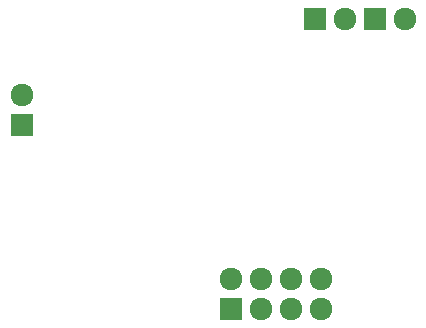
<source format=gbs>
G04 (created by PCBNEW (2013-07-07 BZR 4022)-stable) date 07/12/2013 21:30:00*
%MOIN*%
G04 Gerber Fmt 3.4, Leading zero omitted, Abs format*
%FSLAX34Y34*%
G01*
G70*
G90*
G04 APERTURE LIST*
%ADD10C,0.00393701*%
%ADD11R,0.075748X0.075748*%
%ADD12C,0.075748*%
G04 APERTURE END LIST*
G54D10*
G54D11*
X34150Y-18550D03*
G54D12*
X34150Y-17550D03*
X35150Y-18550D03*
X35150Y-17550D03*
X36150Y-18550D03*
X36150Y-17550D03*
X37150Y-18550D03*
X37150Y-17550D03*
G54D11*
X38950Y-8900D03*
G54D12*
X39950Y-8900D03*
G54D11*
X36950Y-8900D03*
G54D12*
X37950Y-8900D03*
G54D11*
X27165Y-12417D03*
G54D12*
X27165Y-11417D03*
M02*

</source>
